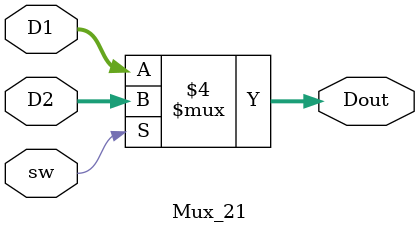
<source format=v>
`timescale 1ns / 1ps

// 2-1 Ñ¡ÔñÆ÷
module Mux_21 #(parameter DATA_WIDTH = 32)(
        input sw,
        input [DATA_WIDTH-1:0] D1, D2,
        output reg [DATA_WIDTH-1:0] Dout
    );
    always@(*) begin
        if (sw == 0) Dout <= D1;
        else Dout <= D2;
    end
endmodule

</source>
